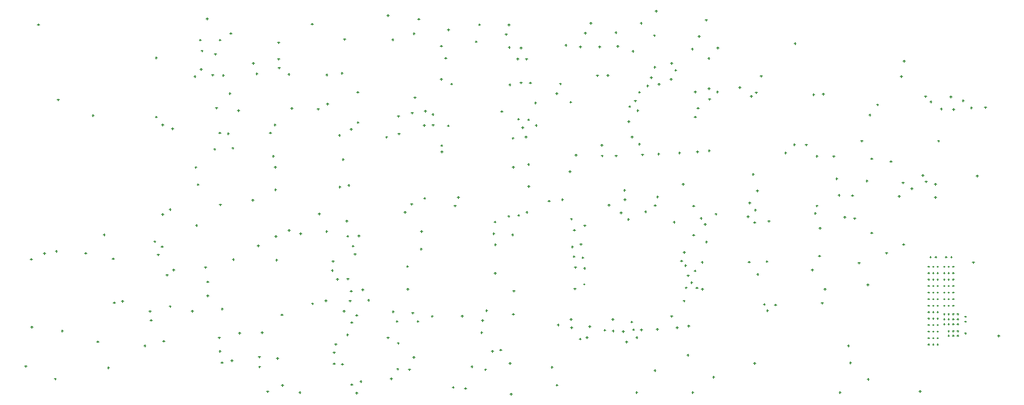
<source format=gbr>
%TF.GenerationSoftware,Altium Limited,Altium Designer,25.7.1 (20)*%
G04 Layer_Color=128*
%FSLAX45Y45*%
%MOMM*%
%TF.SameCoordinates,D8C98939-B5AC-4A14-9F93-74B2487226E3*%
%TF.FilePolarity,Positive*%
%TF.FileFunction,Drillmap*%
%TF.Part,Single*%
G01*
G75*
%TA.AperFunction,NonConductor*%
%ADD225C,0.12700*%
D225*
X3997500Y3947500D02*
X4027500D01*
X4012500Y3932500D02*
Y3962500D01*
X4124448Y3972500D02*
X4154448D01*
X4139448Y3957500D02*
Y3987500D01*
X2727500Y3570000D02*
X2757500D01*
X2742500Y3555000D02*
Y3585000D01*
X2920000Y4705000D02*
X2950000D01*
X2935000Y4690000D02*
Y4720000D01*
X2720000Y4617500D02*
X2750000D01*
X2735000Y4602500D02*
Y4632500D01*
X3980000Y4625000D02*
X4010000D01*
X3995000Y4610000D02*
Y4640000D01*
X3105000Y4740000D02*
X3135000D01*
X3120000Y4725000D02*
Y4755000D01*
X3670000Y6832500D02*
X3700000D01*
X3685000Y6817500D02*
Y6847500D01*
X3132500Y7075000D02*
X3162500D01*
X3147500Y7060000D02*
Y7090000D01*
X7747500Y7190000D02*
X7777500D01*
X7762500Y7175000D02*
Y7205000D01*
X16692500Y6440000D02*
X16722501D01*
X16707500Y6425000D02*
Y6455000D01*
X8777500Y5557500D02*
X8807500D01*
X8792500Y5542500D02*
Y5572500D01*
X8577500Y5465000D02*
X8607500D01*
X8592500Y5450000D02*
Y5480000D01*
X9042500Y6275000D02*
X9072500D01*
X9057500Y6260000D02*
Y6290000D01*
X9140000Y6675000D02*
X9170000D01*
X9155000Y6660000D02*
Y6690000D01*
X12385000Y7312500D02*
X12415000D01*
X12400000Y7297500D02*
Y7327500D01*
X5427500Y8320000D02*
X5457500D01*
X5442500Y8305000D02*
Y8335000D01*
X14482500Y7940000D02*
X14512500D01*
X14497501Y7925000D02*
Y7955000D01*
X13960001Y7437500D02*
X13989999D01*
X13975000Y7422500D02*
Y7452500D01*
X16164999Y7670000D02*
X16195000D01*
X16180000Y7655000D02*
Y7685000D01*
X16885001Y7120000D02*
X16914999D01*
X16900000Y7105000D02*
Y7135000D01*
X16495000Y7125000D02*
X16525000D01*
X16510001Y7110000D02*
Y7140000D01*
X16575000Y7042500D02*
X16605000D01*
X16589999Y7027500D02*
Y7057500D01*
X12345593Y8439997D02*
X12375593D01*
X12360593Y8424997D02*
Y8454997D01*
X5542500Y6312500D02*
X5572500D01*
X5557500Y6297500D02*
Y6327500D01*
X5334999Y7541950D02*
X5364999D01*
X5349999Y7526950D02*
Y7556950D01*
X5777500Y7170000D02*
X5807500D01*
X5792500Y7155000D02*
Y7185000D01*
X5675610Y7450308D02*
X5705610D01*
X5690610Y7435308D02*
Y7465308D01*
X5237500Y7432500D02*
X5267500D01*
X5252500Y7417500D02*
Y7447500D01*
X5510000Y7455000D02*
X5540000D01*
X5525000Y7440000D02*
Y7470000D01*
X6272500Y3487500D02*
X6302500D01*
X6287500Y3472500D02*
Y3502500D01*
X5925000Y3477500D02*
X5955000D01*
X5940000Y3462500D02*
Y3492500D01*
X5660000Y3850000D02*
X5690000D01*
X5675000Y3835000D02*
Y3865000D01*
X7152500Y5315000D02*
X7182500D01*
X7167500Y5300000D02*
Y5330000D01*
X6446645Y6206645D02*
X6476645D01*
X6461645Y6191645D02*
Y6221645D01*
X6475202Y6035000D02*
X6505202D01*
X6490202Y6020000D02*
Y6050000D01*
X6130000Y5527500D02*
X6160000D01*
X6145000Y5512500D02*
Y5542500D01*
X5630000Y5457500D02*
X5660000D01*
X5645000Y5442500D02*
Y5472500D01*
X3840000Y4992500D02*
X3870000D01*
X3855000Y4977500D02*
Y5007500D01*
X3558052Y4710000D02*
X3588052D01*
X3573052Y4695000D02*
Y4725000D01*
X12115000Y3530000D02*
X12145000D01*
X12130000Y3515000D02*
Y3545000D01*
X12045000Y3412500D02*
X12075000D01*
X12060000Y3397500D02*
Y3427500D01*
X11995042Y3532500D02*
X12025042D01*
X12010042Y3517500D02*
Y3547500D01*
X11966649Y3650851D02*
X11996649D01*
X11981649Y3635851D02*
Y3665851D01*
X12797500Y4520000D02*
X12827499D01*
X12812500Y4505000D02*
Y4535000D01*
X16735806Y6933306D02*
X16765807D01*
X16750806Y6918306D02*
Y6948306D01*
X15662500Y5022500D02*
X15692500D01*
X15677499Y5007500D02*
Y5037500D01*
X15635001Y6839448D02*
X15664999D01*
X15650000Y6824448D02*
Y6854448D01*
X9040000Y6370000D02*
X9070000D01*
X9055000Y6355000D02*
Y6385000D01*
X8788138Y6899493D02*
X8818138D01*
X8803138Y6884493D02*
Y6914493D01*
X8904412Y6846587D02*
X8934412D01*
X8919412Y6831587D02*
Y6861587D01*
X8907500Y6685000D02*
X8937500D01*
X8922500Y6670000D02*
Y6700000D01*
X11320000Y3582500D02*
X11350000D01*
X11335000Y3567500D02*
Y3597500D01*
X11280000Y3410000D02*
X11310000D01*
X11295000Y3395000D02*
Y3425000D01*
X11680594Y3515268D02*
X11710594D01*
X11695594Y3500268D02*
Y3530268D01*
X13907500Y4385000D02*
X13937500D01*
X13922501Y4370000D02*
Y4400000D01*
X14010001Y3922500D02*
X14039999D01*
X14025000Y3907500D02*
Y3937500D01*
X12362500Y3537500D02*
X12392500D01*
X12377500Y3522500D02*
Y3552500D01*
X12582500Y3737500D02*
X12612500D01*
X12597500Y3722500D02*
Y3752500D01*
X12907500Y2562500D02*
X12937498D01*
X12922499Y2547500D02*
Y2577500D01*
X12042500Y2562500D02*
X12072500D01*
X12057500Y2547500D02*
Y2577500D01*
X10815000Y2677500D02*
X10845000D01*
X10830000Y2662500D02*
Y2692500D01*
X9405002Y2627498D02*
X9435001D01*
X9420001Y2612498D02*
Y2642498D01*
X9217500Y2645000D02*
X9247500D01*
X9232500Y2630000D02*
Y2660000D01*
X10110000Y2540000D02*
X10140000D01*
X10125000Y2525000D02*
Y2555000D01*
X10835000Y3607500D02*
X10865000D01*
X10850000Y3592500D02*
Y3622500D01*
X12842500Y3587500D02*
X12872501D01*
X12857500Y3572500D02*
Y3602500D01*
X12665000Y3562500D02*
X12695000D01*
X12680000Y3547500D02*
Y3577500D01*
X11552500Y3525000D02*
X11582500D01*
X11567500Y3510000D02*
Y3540000D01*
X11835441Y3503493D02*
X11865441D01*
X11850441Y3488493D02*
Y3518493D01*
X11032500Y3690000D02*
X11062500D01*
X11047500Y3675000D02*
Y3705000D01*
X17200000Y6950000D02*
X17230000D01*
X17214999Y6935000D02*
Y6965000D01*
X17072501Y7062500D02*
X17102499D01*
X17087500Y7047500D02*
Y7077500D01*
X17417500Y6955000D02*
X17447501D01*
X17432500Y6940000D02*
Y6970000D01*
X12942500Y4440000D02*
X12972501D01*
X12957500Y4425000D02*
Y4455000D01*
X12805186Y4177687D02*
X12835187D01*
X12820187Y4162687D02*
Y4192687D01*
X12837500Y4365000D02*
X12867500D01*
X12852499Y4350000D02*
Y4380000D01*
X12889005Y4256504D02*
X12919003D01*
X12904004Y4241504D02*
Y4271504D01*
X11100000Y4492500D02*
X11130000D01*
X11115000Y4477500D02*
Y4507500D01*
X13860001Y3012500D02*
X13889999D01*
X13875000Y2997500D02*
Y3027500D01*
X16450000Y5906948D02*
X16480000D01*
X16464999Y5891948D02*
Y5921948D01*
X15248289Y5267274D02*
X15278290D01*
X15263290Y5252274D02*
Y5282274D01*
X14080594Y5202768D02*
X14110594D01*
X14095593Y5187768D02*
Y5217768D01*
X12970000Y4177500D02*
X13000000D01*
X12985001Y4162500D02*
Y4192500D01*
X14795097Y5323240D02*
X14825098D01*
X14810098Y5308240D02*
Y5338240D01*
X14867500Y5097500D02*
X14897501D01*
X14882500Y5082500D02*
Y5112500D01*
X16147691Y5794809D02*
X16177692D01*
X16162691Y5779809D02*
Y5809809D01*
X15961641Y6123849D02*
X15991641D01*
X15976640Y6108849D02*
Y6138849D01*
X13052499Y4573498D02*
X13082500D01*
X13067500Y4558498D02*
Y4588498D01*
X15510001Y6440000D02*
X15539999D01*
X15525000Y6425000D02*
Y6455000D01*
X15664999Y6165552D02*
X15695000D01*
X15680000Y6150552D02*
Y6180552D01*
X13777499Y4575000D02*
X13807500D01*
X13792500Y4560000D02*
Y4590000D01*
X14050002Y4582500D02*
X14080000D01*
X14065001Y4567500D02*
Y4597500D01*
X14747501Y4452500D02*
X14777499D01*
X14762500Y4437500D02*
Y4467500D01*
X15892500Y4712500D02*
X15922501D01*
X15907500Y4697500D02*
Y4727500D01*
X12732500Y4592500D02*
X12762500D01*
X12747500Y4577500D02*
Y4607500D01*
X13117500Y4885000D02*
X13147501D01*
X13132500Y4870000D02*
Y4900000D01*
X16155000Y4845000D02*
X16185001D01*
X16170000Y4830000D02*
Y4860000D01*
X16647501Y5775000D02*
X16677499D01*
X16662500Y5760000D02*
Y5790000D01*
X16645000Y5572500D02*
X16675000D01*
X16660001Y5557500D02*
Y5587500D01*
X16087500D02*
X16117500D01*
X16102499Y5572500D02*
Y5602500D01*
X17287500Y5902500D02*
X17317500D01*
X17302499Y5887500D02*
Y5917500D01*
X14820003Y5439999D02*
X14850002D01*
X14835002Y5424999D02*
Y5454999D01*
X13860001Y5185000D02*
X13889999D01*
X13875000Y5170000D02*
Y5200000D01*
X13872501Y5377500D02*
X13902501D01*
X13887502Y5362500D02*
Y5392500D01*
X13760001Y5275000D02*
X13789999D01*
X13775000Y5260000D02*
Y5290000D01*
X12180000Y5350000D02*
X12210000D01*
X12195000Y5335000D02*
Y5365000D01*
X10900000Y5535000D02*
X10930000D01*
X10915000Y5520000D02*
Y5550000D01*
X11860000Y5537500D02*
X11890000D01*
X11875000Y5522500D02*
Y5552500D01*
X11805000Y5332500D02*
X11835000D01*
X11820000Y5317500D02*
Y5347500D01*
X10692500Y5515000D02*
X10722500D01*
X10707500Y5500000D02*
Y5530000D01*
X11970000Y6500002D02*
X12000000D01*
X11985000Y6485002D02*
Y6515002D01*
X12085000Y6390000D02*
X12115000D01*
X12100000Y6375000D02*
Y6405000D01*
X11037500Y5237500D02*
X11067500D01*
X11052500Y5222500D02*
Y5252500D01*
X15367500Y5600000D02*
X15397501D01*
X15382500Y5585000D02*
Y5615000D01*
X15400000Y5245000D02*
X15430000D01*
X15414999Y5230000D02*
Y5260000D01*
X15080002Y6202502D02*
X15110002D01*
X15095003Y6187502D02*
Y6217502D01*
X12977499Y6274622D02*
X13007500D01*
X12992500Y6259622D02*
Y6289622D01*
X13887500Y7185000D02*
X13917500D01*
X13902499Y7170000D02*
Y7200000D01*
X15752499Y6997500D02*
X15782500D01*
X15767500Y6982500D02*
Y7012500D01*
X12920000Y5437500D02*
X12950000D01*
X12935001Y5422500D02*
Y5452500D01*
X12920000Y4990000D02*
X12950000D01*
X12935001Y4975000D02*
Y5005000D01*
X13035001Y5249956D02*
X13064999D01*
X13050000Y5234957D02*
Y5264956D01*
X13159966Y6290000D02*
X13189964D01*
X13174965Y6275000D02*
Y6305000D01*
X11254109Y8100731D02*
X11284108D01*
X11269109Y8085731D02*
Y8115731D01*
X10260000Y7337500D02*
X10290000D01*
X10275000Y7322500D02*
Y7352500D01*
X16122501Y7432500D02*
X16152499D01*
X16137500Y7417500D02*
Y7447500D01*
X5822499Y6329319D02*
X5852499D01*
X5837499Y6314319D02*
Y6344319D01*
X6400000Y6565000D02*
X6430000D01*
X6415000Y6550000D02*
Y6580000D01*
X7822500Y4147500D02*
X7852500D01*
X7837500Y4132500D02*
Y4162500D01*
X7795002Y2735001D02*
X7825002D01*
X7810002Y2720001D02*
Y2750001D01*
X7912503Y3985001D02*
X7942503D01*
X7927503Y3970001D02*
Y4000001D01*
X5620000Y6565001D02*
X5650000D01*
X5635000Y6550001D02*
Y6580001D01*
X7042502Y8239999D02*
X7072502D01*
X7057502Y8224999D02*
Y8254999D01*
X16545000Y3305002D02*
X16564999D01*
X16554999Y3295002D02*
Y3315002D01*
X16545000Y3405002D02*
X16564999D01*
X16554999Y3395002D02*
Y3415002D01*
X16615001Y3405002D02*
X16635001D01*
X16625002Y3395002D02*
Y3415002D01*
X16615001Y3505002D02*
X16635001D01*
X16625002Y3495002D02*
Y3515002D01*
X16545000Y3505002D02*
X16564999D01*
X16554999Y3495002D02*
Y3515002D01*
X16545000Y3605002D02*
X16564999D01*
X16554999Y3595002D02*
Y3615002D01*
X16615001Y3605002D02*
X16635001D01*
X16625002Y3595002D02*
Y3615002D01*
X16615001Y3305002D02*
X16635001D01*
X16625002Y3295002D02*
Y3315002D01*
X16684998Y3305002D02*
X16704997D01*
X16694998Y3295002D02*
Y3315002D01*
X16684998Y3605002D02*
X16704997D01*
X16694998Y3595002D02*
Y3615002D01*
X16684998Y3405002D02*
X16704997D01*
X16694998Y3395002D02*
Y3415002D01*
X16684998Y3505002D02*
X16704997D01*
X16694998Y3495002D02*
Y3515002D01*
X16995000Y3617498D02*
X17014999D01*
X17005000Y3607498D02*
Y3627498D01*
X16784998Y3617498D02*
X16804997D01*
X16794998Y3607498D02*
Y3627498D01*
X16784998Y3694999D02*
X16804997D01*
X16794998Y3684999D02*
Y3704999D01*
X16924998Y3617498D02*
X16944998D01*
X16934998Y3607498D02*
Y3627498D01*
X16855000Y3617498D02*
X16875002D01*
X16865001Y3607498D02*
Y3627498D01*
X17112999Y3654999D02*
X17132999D01*
X17123000Y3644999D02*
Y3664999D01*
X16545000Y3905001D02*
X16564999D01*
X16554999Y3895001D02*
Y3915001D01*
X16545000Y3705001D02*
X16564999D01*
X16554999Y3695001D02*
Y3715001D01*
X16545000Y3805001D02*
X16564999D01*
X16554999Y3795001D02*
Y3815001D01*
X16545000Y4105001D02*
X16564999D01*
X16554999Y4095001D02*
Y4115001D01*
X16545000Y4205000D02*
X16564999D01*
X16554999Y4195000D02*
Y4215000D01*
X16545000Y4005001D02*
X16564999D01*
X16554999Y3995001D02*
Y4015001D01*
X16615001Y4305000D02*
X16635001D01*
X16625002Y4295000D02*
Y4315000D01*
X16615001Y3805001D02*
X16635001D01*
X16625002Y3795001D02*
Y3815001D01*
X16615001Y3905001D02*
X16635001D01*
X16625002Y3895001D02*
Y3915001D01*
X16615001Y3705001D02*
X16635001D01*
X16625002Y3695001D02*
Y3715001D01*
X16684998Y3905001D02*
X16704997D01*
X16694998Y3895001D02*
Y3915001D01*
X16615001Y4105001D02*
X16635001D01*
X16625002Y4095001D02*
Y4115001D01*
X16615001Y4205000D02*
X16635001D01*
X16625002Y4195000D02*
Y4215000D01*
X16615001Y4005001D02*
X16635001D01*
X16625002Y3995001D02*
Y4015001D01*
X16684998Y4205000D02*
X16704997D01*
X16694998Y4195000D02*
Y4215000D01*
X16545000Y4405000D02*
X16564999D01*
X16554999Y4395000D02*
Y4415000D01*
X16545000Y4505000D02*
X16564999D01*
X16554999Y4495000D02*
Y4515000D01*
X16545000Y4305000D02*
X16564999D01*
X16554999Y4295000D02*
Y4315000D01*
X16615001Y4405000D02*
X16635001D01*
X16625002Y4395000D02*
Y4415000D01*
X16615001Y4505000D02*
X16635001D01*
X16625002Y4495000D02*
Y4515000D01*
X16655000Y4650999D02*
X16675002D01*
X16665001Y4640999D02*
Y4660999D01*
X16575002Y4650999D02*
X16595001D01*
X16585001Y4640999D02*
Y4660999D01*
X16684998Y4005001D02*
X16704997D01*
X16694998Y3995001D02*
Y4015001D01*
X16684998Y3705001D02*
X16704997D01*
X16694998Y3695001D02*
Y3715001D01*
X16684998Y3805001D02*
X16704997D01*
X16694998Y3795001D02*
Y3815001D01*
X16684998Y4405000D02*
X16704997D01*
X16694998Y4395000D02*
Y4415000D01*
X16684998Y4105001D02*
X16704997D01*
X16694998Y4095001D02*
Y4115001D01*
X16924998Y3694999D02*
X16944998D01*
X16934998Y3684999D02*
Y3704999D01*
X16855000Y3694999D02*
X16875002D01*
X16865001Y3684999D02*
Y3704999D01*
X16995000Y3694999D02*
X17014999D01*
X17005000Y3684999D02*
Y3704999D01*
X17112999Y3734999D02*
X17132999D01*
X17123000Y3724999D02*
Y3744999D01*
X16855000Y3772499D02*
X16875002D01*
X16865001Y3762499D02*
Y3782499D01*
X16784998Y3772499D02*
X16804997D01*
X16794998Y3762499D02*
Y3782499D01*
X16995000Y3772499D02*
X17014999D01*
X17005000Y3762499D02*
Y3782499D01*
X16924998Y3772499D02*
X16944998D01*
X16934998Y3762499D02*
Y3782499D01*
X16684998Y4305000D02*
X16704997D01*
X16694998Y4295000D02*
Y4315000D01*
X16684998Y4505000D02*
X16704997D01*
X16694998Y4495000D02*
Y4515000D01*
X13005727Y8053227D02*
X13035725D01*
X13020726Y8038228D02*
Y8068227D01*
X14857503Y4667499D02*
X14887503D01*
X14872504Y4652499D02*
Y4682499D01*
X16502499Y5812500D02*
X16532500D01*
X16517500Y5797500D02*
Y5827500D01*
X13292502Y7872501D02*
X13322502D01*
X13307503Y7857501D02*
Y7887501D01*
X5347500Y7827500D02*
X5377500D01*
X5362500Y7812500D02*
Y7842500D01*
X8212500Y8375000D02*
X8242500D01*
X8227500Y8360000D02*
Y8390000D01*
X16925000Y6925000D02*
X16955000D01*
X16939999Y6910000D02*
Y6940000D01*
X8685000Y8317500D02*
X8715000D01*
X8700000Y8302500D02*
Y8332500D01*
X13115002Y8302498D02*
X13145003D01*
X13130002Y8287498D02*
Y8317498D01*
X7522500Y6152500D02*
X7552500D01*
X7537500Y6137500D02*
Y6167500D01*
X7750444Y6724556D02*
X7780444D01*
X7765444Y6709556D02*
Y6739556D01*
X7282501Y7009638D02*
X7312501D01*
X7297501Y6994638D02*
Y7024638D01*
X5790002Y8097500D02*
X5820002D01*
X5805002Y8082500D02*
Y8112500D01*
X7269999Y7457501D02*
X7299999D01*
X7284999Y7442501D02*
Y7472501D01*
X14917503Y7162500D02*
X14947502D01*
X14932503Y7147500D02*
Y7177500D01*
X16995000Y3439998D02*
X17014999D01*
X17005000Y3429998D02*
Y3449998D01*
X16855000Y3439998D02*
X16875002D01*
X16865001Y3429998D02*
Y3449998D01*
X16924998Y3439998D02*
X16944998D01*
X16934998Y3429998D02*
Y3449998D01*
X17112999Y3474999D02*
X17132999D01*
X17123000Y3464999D02*
Y3484999D01*
X16995000Y3510001D02*
X17014999D01*
X17005000Y3500001D02*
Y3520001D01*
X16855000Y3510001D02*
X16875002D01*
X16865001Y3500001D02*
Y3520001D01*
X16924998Y3510001D02*
X16944998D01*
X16934998Y3500001D02*
Y3520001D01*
X6479998Y5687502D02*
X6509998D01*
X6494998Y5672502D02*
Y5702502D01*
X5572500Y6947500D02*
X5602500D01*
X5587500Y6932500D02*
Y6962500D01*
X4892500Y6627500D02*
X4922500D01*
X4907500Y6612500D02*
Y6642500D01*
X9967500Y6895000D02*
X9997500D01*
X9982500Y6880000D02*
Y6910000D01*
X7577500Y5205000D02*
X7607500D01*
X7592500Y5190000D02*
Y5220000D01*
X8724998Y4775002D02*
X8754998D01*
X8739998Y4760002D02*
Y4790002D01*
X6867500Y5012539D02*
X6897500D01*
X6882500Y4997539D02*
Y5027539D01*
X7267500Y5045000D02*
X7297500D01*
X7282500Y5030000D02*
Y5060000D01*
X4642286Y7718681D02*
X4672286D01*
X4657286Y7703681D02*
Y7733681D01*
X16784998Y4005001D02*
X16804997D01*
X16794998Y3995001D02*
Y4015001D01*
X16784998Y3905001D02*
X16804997D01*
X16794998Y3895001D02*
Y3915001D01*
X16784998Y4105001D02*
X16804997D01*
X16794998Y4095001D02*
Y4115001D01*
X16784998Y4205000D02*
X16804997D01*
X16794998Y4195000D02*
Y4215000D01*
X16924998Y3905001D02*
X16944998D01*
X16934998Y3895001D02*
Y3915001D01*
X16855000Y3905001D02*
X16875002D01*
X16865001Y3895001D02*
Y3915001D01*
X16855000Y4005001D02*
X16875002D01*
X16865001Y3995001D02*
Y4015001D01*
X16855000Y4105001D02*
X16875002D01*
X16865001Y4095001D02*
Y4115001D01*
X16855000Y4205000D02*
X16875002D01*
X16865001Y4195000D02*
Y4215000D01*
X16924998Y4005001D02*
X16944998D01*
X16934998Y3995001D02*
Y4015001D01*
X16924998Y4205000D02*
X16944998D01*
X16934998Y4195000D02*
Y4215000D01*
X16924998Y4105001D02*
X16944998D01*
X16934998Y4095001D02*
Y4115001D01*
X16784998Y4305000D02*
X16804997D01*
X16794998Y4295000D02*
Y4315000D01*
X16855000Y4305000D02*
X16875002D01*
X16865001Y4295000D02*
Y4315000D01*
X16784998Y4405000D02*
X16804997D01*
X16794998Y4395000D02*
Y4415000D01*
X16855000Y4405000D02*
X16875002D01*
X16865001Y4395000D02*
Y4415000D01*
X16784998Y4505000D02*
X16804997D01*
X16794998Y4495000D02*
Y4515000D01*
X16855000Y4505000D02*
X16875002D01*
X16865001Y4495000D02*
Y4515000D01*
X16815001Y4650999D02*
X16835001D01*
X16825002Y4640999D02*
Y4660999D01*
X16924998Y4305000D02*
X16944998D01*
X16934998Y4295000D02*
Y4315000D01*
X16924998Y4405000D02*
X16944998D01*
X16934998Y4395000D02*
Y4415000D01*
X16924998Y4505000D02*
X16944998D01*
X16934998Y4495000D02*
Y4515000D01*
X16895001Y4650999D02*
X16914999D01*
X16905000Y4640999D02*
Y4660999D01*
X14770000Y7152498D02*
X14800000D01*
X14785001Y7137498D02*
Y7167498D01*
X13153220Y7712502D02*
X13183218D01*
X13168219Y7697502D02*
Y7727502D01*
X12899773Y7854772D02*
X12929771D01*
X12914772Y7839772D02*
Y7869772D01*
X13157500Y7247500D02*
X13187500D01*
X13172501Y7232500D02*
Y7262500D01*
X14472501Y6385000D02*
X14502499D01*
X14487500Y6370000D02*
Y6400000D01*
X12987500Y6945000D02*
X13017500D01*
X13002499Y6930000D02*
Y6960000D01*
X12947501Y7197500D02*
X12977499D01*
X12962500Y7182500D02*
Y7212500D01*
X15125000Y5859998D02*
X15155000D01*
X15139999Y5844998D02*
Y5874998D01*
X14337498Y6257498D02*
X14367499D01*
X14352499Y6242498D02*
Y6272498D01*
X13837500Y5927500D02*
X13867500D01*
X13852499Y5912500D02*
Y5942500D01*
X12112500Y8252500D02*
X12142500D01*
X12127500Y8237500D02*
Y8267500D01*
X12322501Y7575001D02*
X12352501D01*
X12337501Y7560001D02*
Y7590001D01*
X12025000Y7057500D02*
X12055000D01*
X12040000Y7042500D02*
Y7072500D01*
X11600000Y7450000D02*
X11630000D01*
X11615000Y7435000D02*
Y7465000D01*
X11439999Y7447498D02*
X11469999D01*
X11454999Y7432498D02*
Y7462498D01*
X12702501Y6254999D02*
X12732501D01*
X12717501Y6239999D02*
Y6269999D01*
X12134999Y6227501D02*
X12164999D01*
X12149999Y6212501D02*
Y6242501D01*
X12620000Y5190000D02*
X12650000D01*
X12635000Y5175000D02*
Y5205000D01*
X11727941Y6210000D02*
X11757941D01*
X11742941Y6195000D02*
Y6225000D01*
X17230000Y4567499D02*
X17260001D01*
X17245000Y4552499D02*
Y4582499D01*
X17617502Y3435000D02*
X17647502D01*
X17632503Y3420000D02*
Y3450000D01*
X15602499Y4222500D02*
X15632500D01*
X15617500Y4207500D02*
Y4237500D01*
X15305000Y3282500D02*
X15335001D01*
X15320000Y3267500D02*
Y3297500D01*
X16410001Y2582499D02*
X16440001D01*
X16425002Y2567499D02*
Y2597499D01*
X14942500Y4157500D02*
X14972501D01*
X14957500Y4142500D02*
Y4172500D01*
X12775140Y4724859D02*
X12805141D01*
X12790140Y4709859D02*
Y4739859D01*
X13055000Y4157500D02*
X13085001D01*
X13070000Y4142500D02*
Y4172500D01*
X12832498Y3139999D02*
X12862498D01*
X12847498Y3124999D02*
Y3154999D01*
X9622500Y8232500D02*
X9652500D01*
X9637500Y8217500D02*
Y8247500D01*
X10485977Y7026522D02*
X10515977D01*
X10500977Y7011522D02*
Y7041522D01*
X10222500Y6775000D02*
X10252500D01*
X10237500Y6760000D02*
Y6790000D01*
X8285000Y8002500D02*
X8315000D01*
X8300000Y7987500D02*
Y8017500D01*
X8380000Y6550000D02*
X8410000D01*
X8395000Y6535000D02*
Y6565000D01*
X7645000Y6619112D02*
X7675000D01*
X7660000Y6604112D02*
Y6634112D01*
X8190593Y6498093D02*
X8220593D01*
X8205593Y6483093D02*
Y6513093D01*
X7607500Y5757500D02*
X7637500D01*
X7622500Y5742500D02*
Y5772500D01*
X6527502Y7700000D02*
X6557501D01*
X6542502Y7685000D02*
Y7715000D01*
X5624999Y7994995D02*
X5654999D01*
X5639999Y7979995D02*
Y8009995D01*
X7505000Y7485000D02*
X7535000D01*
X7520000Y7470000D02*
Y7500000D01*
X6732500Y6942501D02*
X6762500D01*
X6747500Y6927501D02*
Y6957501D01*
X7137498Y6929999D02*
X7167498D01*
X7152498Y6914999D02*
Y6944999D01*
X5910000Y6907500D02*
X5940000D01*
X5925000Y6892500D02*
Y6922500D01*
X4642498Y6809545D02*
X4672498D01*
X4657498Y6794545D02*
Y6824545D01*
X5752500Y6552500D02*
X5782500D01*
X5767500Y6537500D02*
Y6567500D01*
X10352500Y5340000D02*
X10382500D01*
X10367500Y5325000D02*
Y5355000D01*
X9670000Y3672500D02*
X9700000D01*
X9685000Y3657500D02*
Y3687500D01*
X8352502Y3659998D02*
X8382502D01*
X8367502Y3644998D02*
Y3674998D01*
X7589999Y3454999D02*
X7619999D01*
X7604999Y3439999D02*
Y3469999D01*
X8544998Y2917500D02*
X8574998D01*
X8559998Y2902500D02*
Y2932500D01*
X8362499Y2924998D02*
X8392499D01*
X8377499Y2909998D02*
Y2939998D01*
X7655000Y2687500D02*
X7685000D01*
X7670000Y2672500D02*
Y2702500D01*
X6690000Y5062500D02*
X6720000D01*
X6705000Y5047500D02*
Y5077500D01*
X7354470Y4442501D02*
X7384470D01*
X7369470Y4427501D02*
Y4457501D01*
X4809999Y4372498D02*
X4839999D01*
X4824999Y4357498D02*
Y4387498D01*
X4857500Y3890000D02*
X4887500D01*
X4872500Y3875000D02*
Y3905000D01*
X4565000Y3677500D02*
X4595000D01*
X4580000Y3662500D02*
Y3692500D01*
X4466876Y3283125D02*
X4496876D01*
X4481876Y3268125D02*
Y3298125D01*
X3742500Y3347504D02*
X3772500D01*
X3757500Y3332504D02*
Y3362504D01*
X6235000Y2959999D02*
X6265000D01*
X6250000Y2944999D02*
Y2974999D01*
X5807500Y3055000D02*
X5837500D01*
X5822500Y3040000D02*
Y3070000D01*
X3087498Y2772501D02*
X3117498D01*
X3102498Y2757501D02*
Y2787501D01*
X14179997Y3914999D02*
X14209998D01*
X14194998Y3899999D02*
Y3929998D01*
X15467500Y4560000D02*
X15497501D01*
X15482500Y4545000D02*
Y4575000D01*
X12327500Y5447500D02*
X12357500D01*
X12342500Y5432500D02*
Y5462500D01*
X11172500Y3390000D02*
X11202500D01*
X11187500Y3375000D02*
Y3405000D01*
X11042499Y3565002D02*
X11072499D01*
X11057499Y3550002D02*
Y3580002D01*
X11240000Y4476232D02*
X11270000D01*
X11255000Y4461232D02*
Y4491232D01*
X11917002Y5232500D02*
X11947002D01*
X11932002Y5217500D02*
Y5247500D01*
X11512500Y6210000D02*
X11542500D01*
X11527500Y6195000D02*
Y6225000D01*
X11505000Y6375000D02*
X11535000D01*
X11520000Y6360000D02*
Y6390000D01*
X8585140Y6870141D02*
X8615140D01*
X8600140Y6855141D02*
Y6885141D01*
X8892500Y3737500D02*
X8922500D01*
X8907500Y3722500D02*
Y3752500D01*
X6587500Y2675000D02*
X6617500D01*
X6602500Y2660000D02*
Y2690000D01*
X7545000Y8004717D02*
X7575000D01*
X7560000Y7989717D02*
Y8019717D01*
X7471655Y5730785D02*
X7501655D01*
X7486655Y5715785D02*
Y5745785D01*
X7704493Y4694847D02*
X7734493D01*
X7719493Y4679847D02*
Y4709847D01*
X5320001Y7994995D02*
X5350001D01*
X5335001Y7979995D02*
Y8009995D01*
X7590997Y4973497D02*
X7620997D01*
X7605997Y4958497D02*
Y4988497D01*
X9570000Y7970000D02*
X9600000D01*
X9585000Y7955000D02*
Y7985000D01*
X4547500Y3815000D02*
X4577500D01*
X4562500Y3800000D02*
Y3830000D01*
X3195000Y3515000D02*
X3225000D01*
X3210000Y3500000D02*
Y3530000D01*
X6487500Y4970002D02*
X6517500D01*
X6502500Y4955002D02*
Y4985002D01*
X5262500Y5140000D02*
X5292500D01*
X5277500Y5125000D02*
Y5155000D01*
X8627500Y7107500D02*
X8657500D01*
X8642500Y7092500D02*
Y7122500D01*
X9102500Y7715000D02*
X9132500D01*
X9117500Y7700000D02*
Y7730000D01*
X11337500Y8255000D02*
X11367500D01*
X11352500Y8240000D02*
Y8270000D01*
X8730000Y5047500D02*
X8760000D01*
X8745000Y5032500D02*
Y5062500D01*
X9865000Y4400000D02*
X9895000D01*
X9880000Y4385000D02*
Y4415000D01*
X9867500Y4840000D02*
X9897500D01*
X9882500Y4825000D02*
Y4855000D01*
X10150000Y4127500D02*
X10180000D01*
X10165000Y4112500D02*
Y4142500D01*
X12772500Y3975000D02*
X12802499D01*
X12787500Y3960000D02*
Y3990000D01*
X10262500Y7872500D02*
X10292500D01*
X10277500Y7857500D02*
Y7887500D01*
X13784998Y5487502D02*
X13814998D01*
X13799998Y5472502D02*
Y5502502D01*
X15610001Y2770000D02*
X15639999D01*
X15625000Y2755000D02*
Y2785000D01*
X15175003Y2564999D02*
X15205003D01*
X15190002Y2549999D02*
Y2579999D01*
X15337502Y3022498D02*
X15367502D01*
X15352502Y3007498D02*
Y3037498D01*
X12270000Y7415000D02*
X12300000D01*
X12285000Y7400000D02*
Y7430000D01*
X9505000Y2962500D02*
X9535000D01*
X9520000Y2947500D02*
Y2977500D01*
X11090000Y4162500D02*
X11120000D01*
X11105000Y4147500D02*
Y4177500D01*
X11077500Y4660000D02*
X11107500D01*
X11092500Y4645000D02*
Y4675000D01*
X11212500Y4642500D02*
X11242500D01*
X11227500Y4627500D02*
Y4657500D01*
X11240000Y4232500D02*
X11260000D01*
X11250000Y4222500D02*
Y4242500D01*
X11027500Y7037500D02*
X11057500D01*
X11042500Y7022500D02*
Y7052500D01*
X10405000Y7335000D02*
X10435000D01*
X10420000Y7320000D02*
Y7350000D01*
X10495000Y6680000D02*
X10525000D01*
X10510000Y6665000D02*
Y6695000D01*
X10377500Y6767500D02*
X10407500D01*
X10392500Y6752500D02*
Y6782500D01*
X13164999Y7082500D02*
X13195000D01*
X13180000Y7067500D02*
Y7097500D01*
X12575000Y7392500D02*
X12605000D01*
X12590000Y7377500D02*
Y7407500D01*
X11984999Y7824700D02*
X12014999D01*
X11999999Y7809700D02*
Y7839700D01*
X12315000Y8064997D02*
X12345000D01*
X12330000Y8049997D02*
Y8079997D01*
X10952500Y7917500D02*
X10982500D01*
X10967500Y7902500D02*
Y7932500D01*
X11935000Y6970000D02*
X11965000D01*
X11950000Y6955000D02*
Y6985000D01*
X11922500Y6737500D02*
X11952500D01*
X11937500Y6722500D02*
Y6752500D01*
X11107500Y6222500D02*
X11137500D01*
X11122500Y6207500D02*
Y6237500D01*
X10337500Y6500000D02*
X10367500D01*
X10352500Y6485000D02*
Y6515000D01*
X10137500Y6482500D02*
X10167500D01*
X10152500Y6467500D02*
Y6497500D01*
X10377500Y6080000D02*
X10407500D01*
X10392500Y6065000D02*
Y6095000D01*
X10145000Y6037500D02*
X10175000D01*
X10160000Y6022500D02*
Y6052500D01*
X10285000Y6645000D02*
X10315000D01*
X10300000Y6630000D02*
Y6660000D01*
X7510000Y3000000D02*
X7540000D01*
X7525000Y2985000D02*
Y3015000D01*
X5252500Y6032500D02*
X5282500D01*
X5267500Y6017500D02*
Y6047500D01*
X3907500Y2947500D02*
X3937500D01*
X3922500Y2932500D02*
Y2962500D01*
X5625000Y3200000D02*
X5655000D01*
X5640000Y3185000D02*
Y3215000D01*
X5657500Y3025000D02*
X5687500D01*
X5672500Y3010000D02*
Y3040000D01*
X7382500Y3007500D02*
X7412500D01*
X7397500Y2992500D02*
Y3022500D01*
X8610000Y3105000D02*
X8640000D01*
X8625000Y3090000D02*
Y3120000D01*
X8592500Y3790000D02*
X8622500D01*
X8607500Y3775000D02*
Y3805000D01*
X7257500Y3977500D02*
X7287500D01*
X7272500Y3962500D02*
Y3992500D01*
X6497500Y4607500D02*
X6527500D01*
X6512500Y4592500D02*
Y4622500D01*
X7465000Y6527500D02*
X7495000D01*
X7480000Y6512500D02*
Y6542500D01*
X9032501Y7902500D02*
X9062501D01*
X9047501Y7887500D02*
Y7917500D01*
X11615000Y5452500D02*
X11645000D01*
X11630000Y5437500D02*
Y5467500D01*
X10090000Y7307500D02*
X10120000D01*
X10105000Y7292500D02*
Y7322500D01*
X9145000Y8155000D02*
X9175000D01*
X9160000Y8140000D02*
Y8170000D01*
X8375000Y6820000D02*
X8405000D01*
X8390000Y6805000D02*
Y6835000D01*
X9192500Y7317500D02*
X9222500D01*
X9207500Y7302500D02*
Y7332500D01*
X8615000Y8092500D02*
X8645000D01*
X8630000Y8077500D02*
Y8107500D01*
X9947500Y3220000D02*
X9977500D01*
X9962500Y3205000D02*
Y3235000D01*
X7382500Y3180000D02*
X7412500D01*
X7397500Y3165000D02*
Y3195000D01*
X6230000Y3112500D02*
X6260000D01*
X6245000Y3097500D02*
Y3127500D01*
X5830000Y4615000D02*
X5860000D01*
X5845000Y4600000D02*
Y4630000D01*
X4740000Y6690000D02*
X4770000D01*
X4755000Y6675000D02*
Y6705000D01*
X4760000Y3355000D02*
X4790000D01*
X4775000Y3340000D02*
Y3370000D01*
X10142500Y3770000D02*
X10172500D01*
X10157500Y3755000D02*
Y3785000D01*
X14820000Y6207500D02*
X14850000D01*
X14835001Y6192500D02*
Y6222500D01*
X11887603Y3342011D02*
X11917603D01*
X11902603Y3327011D02*
Y3357011D01*
X12324807Y2904807D02*
X12354807D01*
X12339807Y2889807D02*
Y2919807D01*
X11677500Y3690000D02*
X11707500D01*
X11692500Y3675000D02*
Y3705000D01*
X12947501Y6810000D02*
X12977499D01*
X12962500Y6795000D02*
Y6825000D01*
X9357500Y3742500D02*
X9387500D01*
X9372500Y3727500D02*
Y3757500D01*
X6360000Y2577500D02*
X6390000D01*
X6375000Y2562500D02*
Y2592500D01*
X7432500Y4310000D02*
X7462500D01*
X7447500Y4295000D02*
Y4325000D01*
X7630000Y3975000D02*
X7660000D01*
X7645000Y3960000D02*
Y3990000D01*
X7730000Y2557500D02*
X7760000D01*
X7745000Y2542500D02*
Y2572500D01*
X10080000Y7882500D02*
X10110000D01*
X10095000Y7867500D02*
Y7897500D01*
X11752500D02*
X11782500D01*
X11767500Y7882500D02*
Y7912500D01*
X10810000Y7170000D02*
X10840000D01*
X10825000Y7155000D02*
Y7185000D01*
X10867500Y7320000D02*
X10897500D01*
X10882500Y7305000D02*
Y7335000D01*
X14900000Y3942500D02*
X14930000D01*
X14914999Y3927500D02*
Y3957500D01*
X10740000Y2952500D02*
X10770000D01*
X10755000Y2937500D02*
Y2967500D01*
X13227499Y2802500D02*
X13257500D01*
X13242500Y2787500D02*
Y2817500D01*
X11085000Y5065000D02*
X11115000D01*
X11100000Y5050000D02*
Y5080000D01*
X10075000Y8230000D02*
X10105000D01*
X10090000Y8215000D02*
Y8245000D01*
X10212500Y7702500D02*
X10242500D01*
X10227500Y7687500D02*
Y7717500D01*
X10032500Y8082500D02*
X10062500D01*
X10047500Y8067500D02*
Y8097500D01*
X6530000Y7955000D02*
X6560000D01*
X6545000Y7940000D02*
Y7970000D01*
X5435000Y4055000D02*
X5465000D01*
X5450000Y4040000D02*
Y4070000D01*
X6512500Y3087500D02*
X6542500D01*
X6527500Y3072500D02*
Y3102500D01*
X6855000Y2565000D02*
X6885000D01*
X6870000Y2550000D02*
Y2580000D01*
X7675000Y4820000D02*
X7705000D01*
X7690000Y4805000D02*
Y4835000D01*
X7762500Y4980000D02*
X7792500D01*
X7777500Y4965000D02*
Y4995000D01*
X7365000Y4585000D02*
X7395000D01*
X7380000Y4570000D02*
Y4600000D01*
X7647500Y4125000D02*
X7677500D01*
X7662500Y4110000D02*
Y4140000D01*
X7592500Y4315000D02*
X7622500D01*
X7607500Y4300000D02*
Y4330000D01*
X8518089Y4155592D02*
X8548089D01*
X8533089Y4140592D02*
Y4170592D01*
X10225000Y5295000D02*
X10255000D01*
X10240000Y5280000D02*
Y5310000D01*
X9822500Y3200000D02*
X9852500D01*
X9837500Y3185000D02*
Y3215000D01*
X9655000Y3487501D02*
X9685000D01*
X9670000Y3472501D02*
Y3502501D01*
X7050000Y3932500D02*
X7080000D01*
X7065000Y3917500D02*
Y3947500D01*
X4675000Y4687500D02*
X4705000D01*
X4690000Y4672500D02*
Y4702500D01*
X4732500Y4812500D02*
X4762500D01*
X4747500Y4797500D02*
Y4827500D01*
X4620000Y4890000D02*
X4650000D01*
X4635000Y4875000D02*
Y4905000D01*
X4912500Y4452500D02*
X4942500D01*
X4927500Y4437500D02*
Y4467500D01*
X6192500Y7475000D02*
X6222500D01*
X6207500Y7460000D02*
Y7490000D01*
X6535000Y7564999D02*
X6565000D01*
X6550000Y7549999D02*
Y7579999D01*
X6140000Y7635000D02*
X6170000D01*
X6155000Y7620000D02*
Y7650000D01*
X2632498Y2967502D02*
X2662498D01*
X2647498Y2952502D02*
Y2982502D01*
X5615291Y3407212D02*
X5645291D01*
X5630291Y3392212D02*
Y3422212D01*
X15160001Y5602498D02*
X15190001D01*
X15175002Y5587498D02*
Y5617498D01*
X12060003Y6909999D02*
X12090002D01*
X12075003Y6894999D02*
Y6924999D01*
X12085001Y7189998D02*
X12115001D01*
X12100001Y7174998D02*
Y7204998D01*
X12645000Y7529998D02*
X12675000D01*
X12660000Y7514998D02*
Y7544998D01*
X13807503Y7129998D02*
X13837502D01*
X13822502Y7114998D02*
Y7144998D01*
X13630002Y7262500D02*
X13660002D01*
X13645003Y7247500D02*
Y7277500D01*
X13287498Y7197501D02*
X13317497D01*
X13302498Y7182502D02*
Y7212501D01*
X16282500Y5707500D02*
X16312500D01*
X16297501Y5692500D02*
Y5722500D01*
X9035000Y7389998D02*
X9065000D01*
X9050000Y7374998D02*
Y7404998D01*
X6215000Y4827499D02*
X6245000D01*
X6230000Y4812499D02*
Y4842499D01*
X7537502Y3819997D02*
X7567502D01*
X7552502Y3804997D02*
Y3834997D01*
X5400001Y4492498D02*
X5430001D01*
X5415001Y4477498D02*
Y4507498D01*
X14657500Y6380000D02*
X14687500D01*
X14672501Y6365000D02*
Y6395000D01*
X15589999Y5825000D02*
X15620000D01*
X15605000Y5810000D02*
Y5840000D01*
X12365000Y5580000D02*
X12395000D01*
X12380000Y5565000D02*
Y5595000D01*
X11857500Y5680000D02*
X11887500D01*
X11872500Y5665000D02*
Y5695000D01*
X10347500Y7700000D02*
X10377500D01*
X10362500Y7685000D02*
Y7715000D01*
X11177500Y7888484D02*
X11207500D01*
X11192500Y7873484D02*
Y7903484D01*
X11472500Y7892500D02*
X11502500D01*
X11487500Y7877500D02*
Y7907500D01*
X12760001Y5775000D02*
X12790001D01*
X12775001Y5760000D02*
Y5790000D01*
X8772500Y6677500D02*
X8802500D01*
X8787500Y6662500D02*
Y6692500D01*
X11722500Y8112500D02*
X11752500D01*
X11737500Y8097500D02*
Y8127500D01*
X5437500Y4270000D02*
X5467500D01*
X5452500Y4255000D02*
Y4285000D01*
X9247501Y5439999D02*
X9277501D01*
X9262501Y5424999D02*
Y5454999D01*
X6472500Y6687500D02*
X6502500D01*
X6487500Y6672500D02*
Y6702500D01*
X5287499Y5767502D02*
X5317499D01*
X5302499Y5752502D02*
Y5782502D01*
X10131248Y4995001D02*
X10161248D01*
X10146248Y4980001D02*
Y5010001D01*
X9842501Y5012502D02*
X9872501D01*
X9857501Y4997502D02*
Y5027502D01*
X9297499Y5570002D02*
X9327498D01*
X9312499Y5555002D02*
Y5585002D01*
X4857502Y5382499D02*
X4887502D01*
X4872502Y5367499D02*
Y5397499D01*
X8292502Y3810000D02*
X8322502D01*
X8307502Y3795000D02*
Y3825000D01*
X7732498Y3752499D02*
X7762498D01*
X7747498Y3737500D02*
Y3767499D01*
X4742501Y5307503D02*
X4772501D01*
X4757501Y5292503D02*
Y5322503D01*
X2827499Y8232501D02*
X2857499D01*
X2842499Y8217501D02*
Y8247501D01*
X11052501Y4807499D02*
X11082501D01*
X11067501Y4792499D02*
Y4822499D01*
X11182499Y4847499D02*
X11212499D01*
X11197499Y4832499D02*
Y4862499D01*
X12580002Y7637501D02*
X12610001D01*
X12595001Y7622501D02*
Y7652501D01*
X8369809Y3322691D02*
X8399809D01*
X8384809Y3307691D02*
Y3337691D01*
X8212502Y3407501D02*
X8242502D01*
X8227502Y3392501D02*
Y3422501D01*
X7652498Y3642502D02*
X7682498D01*
X7667498Y3627502D02*
Y3657502D01*
X10072498Y5280000D02*
X10102498D01*
X10087498Y5265000D02*
Y5295000D01*
X10380001Y5739999D02*
X10410001D01*
X10395001Y5724999D02*
Y5754999D01*
X12212499Y7287499D02*
X12242499D01*
X12227499Y7272499D02*
Y7302499D01*
X10092498Y3012501D02*
X10122498D01*
X10107498Y2997501D02*
Y3027501D01*
X13901442Y5673943D02*
X13931442D01*
X13916441Y5658943D02*
Y5688943D01*
X6579998Y3762502D02*
X6609998D01*
X6594998Y3747502D02*
Y3777502D01*
X5552502Y7777500D02*
X5582502D01*
X5567502Y7762500D02*
Y7792500D01*
X14057500Y3825001D02*
X14087498D01*
X14072499Y3810001D02*
Y3840001D01*
X11242498Y5135001D02*
X11272498D01*
X11257498Y5120001D02*
Y5150001D01*
X8477500Y5342499D02*
X8507500D01*
X8492500Y5327499D02*
Y5357499D01*
X9860591Y5193091D02*
X9890591D01*
X9875591Y5178091D02*
Y5208091D01*
X8512501Y4507499D02*
X8542501D01*
X8527501Y4492499D02*
Y4522499D01*
X13264999Y5312501D02*
X13295000D01*
X13279999Y5297501D02*
Y5327501D01*
X13100000Y5157500D02*
X13130000D01*
X13114999Y5142501D02*
Y5172500D01*
X12382501Y6239998D02*
X12412501D01*
X12397501Y6224998D02*
Y6254998D01*
X11016220Y5967501D02*
X11046220D01*
X11031220Y5952501D02*
Y5982501D01*
X9732499Y3825001D02*
X9762499D01*
X9747499Y3810001D02*
Y3840001D01*
X7410003Y3307503D02*
X7440003D01*
X7425003Y3292503D02*
Y3322503D01*
X8672501Y3659998D02*
X8702501D01*
X8687501Y3644998D02*
Y3674998D01*
X9714998Y2917500D02*
X9744998D01*
X9729998Y2902500D02*
Y2932500D01*
X8262499Y2775001D02*
X8292499D01*
X8277499Y2760001D02*
Y2790001D01*
X6685002Y7467498D02*
X6715002D01*
X6700002Y7452498D02*
Y7482498D01*
X5197502Y3820003D02*
X5227502D01*
X5212502Y3805003D02*
Y3835002D01*
%TF.MD5,2ccb49c431adb1510735e5d982f3e411*%
M02*

</source>
